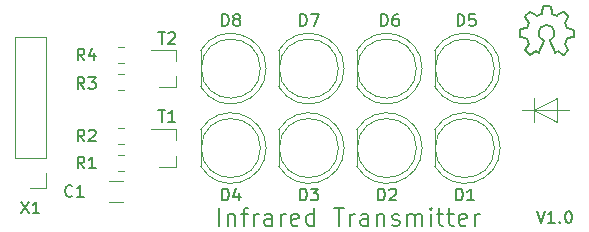
<source format=gbr>
G04 #@! TF.GenerationSoftware,KiCad,Pcbnew,6.0.0-unknown-ea0edab~86~ubuntu18.04.1*
G04 #@! TF.CreationDate,2019-07-07T11:36:40+02:00*
G04 #@! TF.ProjectId,ir-transmitter,69722d74-7261-46e7-936d-69747465722e,rev?*
G04 #@! TF.SameCoordinates,Original*
G04 #@! TF.FileFunction,Legend,Top*
G04 #@! TF.FilePolarity,Positive*
%FSLAX46Y46*%
G04 Gerber Fmt 4.6, Leading zero omitted, Abs format (unit mm)*
G04 Created by KiCad (PCBNEW 6.0.0-unknown-ea0edab~86~ubuntu18.04.1) date 2019-07-07 11:36:40*
%MOMM*%
%LPD*%
G04 APERTURE LIST*
%ADD10C,0.034395*%
%ADD11C,0.150000*%
%ADD12C,0.120000*%
G04 APERTURE END LIST*
D10*
X127384247Y-134827077D02*
X127385291Y-134827623D01*
X128101533Y-131352821D02*
X128100317Y-131353316D01*
X125324362Y-135033452D02*
X125325556Y-135032907D01*
X126255983Y-131532903D02*
X126253488Y-131533848D01*
X128436910Y-133617469D02*
X128438208Y-133617203D01*
X127607136Y-131691140D02*
X127604876Y-131692553D01*
X128131730Y-135029921D02*
X128132761Y-135029118D01*
X128229653Y-134098681D02*
X128229515Y-134095694D01*
X128134699Y-135027364D02*
X128134699Y-135027364D01*
X128546245Y-134615887D02*
X128547153Y-134614933D01*
X125822235Y-131693812D02*
X125819809Y-131692553D01*
X128127296Y-131354146D02*
X128126100Y-131353586D01*
X128229543Y-134092717D02*
X128229740Y-134089772D01*
X127029669Y-130906190D02*
X127028950Y-130905080D01*
X125291867Y-131357695D02*
X125290874Y-131358554D01*
X128133815Y-131358554D02*
X128132819Y-131357695D01*
X124871334Y-131802967D02*
X124871773Y-131804206D01*
X126395022Y-130906190D02*
X126394353Y-130907328D01*
D11*
X126966135Y-133829942D02*
X127373898Y-134815314D01*
D10*
X127609027Y-134719401D02*
X127611651Y-134718526D01*
X124417052Y-132883007D02*
X124416221Y-132884049D01*
X125820410Y-134721654D02*
X125820410Y-134721654D01*
X125812950Y-134718494D02*
X125815571Y-134719369D01*
X128132761Y-135029118D02*
X128133751Y-135028265D01*
D11*
X125019090Y-133646165D02*
X125191276Y-134076285D01*
D10*
X125810224Y-134717798D02*
X125812950Y-134718494D01*
X125817556Y-131691140D02*
X125817556Y-131691140D01*
X126044220Y-134824331D02*
X126045109Y-134823520D01*
X128230107Y-134086882D02*
X128230646Y-134084069D01*
X127171238Y-131533848D02*
X127171238Y-131533848D01*
X125311490Y-131350808D02*
X125308828Y-131350948D01*
X128410449Y-133636377D02*
X128412174Y-133634051D01*
X124430960Y-132873205D02*
X124429727Y-132873663D01*
X128552629Y-134605984D02*
X128553088Y-134604739D01*
X129014787Y-133485681D02*
X129014820Y-133484367D01*
X127004631Y-130890885D02*
X127003317Y-130890853D01*
X127144842Y-131508557D02*
X127143792Y-131505961D01*
X128230422Y-134104594D02*
X128229956Y-134101655D01*
X124409989Y-132898464D02*
X124409829Y-132899766D01*
X126281772Y-131503356D02*
X126280936Y-131505961D01*
X127014816Y-130893335D02*
X127013593Y-130892831D01*
X127169991Y-131533405D02*
X127168749Y-131532903D01*
X128552371Y-131805423D02*
X128552863Y-131804206D01*
X124420764Y-132879194D02*
X124419781Y-132880090D01*
X128405924Y-133644946D02*
X128406410Y-133643696D01*
X127033212Y-130914642D02*
X127032878Y-130913372D01*
X127005941Y-130890983D02*
X127004631Y-130890885D01*
X125010523Y-133631773D02*
X125012415Y-133634017D01*
X126027792Y-134829902D02*
X126028995Y-134829942D01*
X127570938Y-131696993D02*
X127568230Y-131696272D01*
X124872042Y-131780834D02*
X124871584Y-131782078D01*
X128998331Y-133511431D02*
X128999468Y-133510762D01*
X128550290Y-134610718D02*
X128550950Y-134609577D01*
X129014529Y-133488295D02*
X129014689Y-133486991D01*
X124874378Y-131776105D02*
X124873719Y-131777245D01*
X128554512Y-131797831D02*
X128554797Y-131795191D01*
X125320639Y-135034760D02*
X125321901Y-135034379D01*
X127033482Y-130915927D02*
X127033212Y-130914642D01*
X125293971Y-131356126D02*
X125292901Y-131356886D01*
X125194854Y-134089738D02*
X125195052Y-134092683D01*
X125777416Y-134723133D02*
X125777416Y-134723133D01*
X124423912Y-132876759D02*
X124422831Y-132877526D01*
X124420813Y-133507574D02*
X124422881Y-133509242D01*
X127622960Y-134716795D02*
X127625881Y-134716804D01*
X128551825Y-131806614D02*
X128552371Y-131805423D01*
X127582559Y-131698155D02*
X127579580Y-131698119D01*
X125801642Y-134716772D02*
X125804548Y-134716937D01*
X127392015Y-134829712D02*
X127393192Y-134829855D01*
X125301041Y-131352619D02*
X125298578Y-131353586D01*
X128551561Y-134608406D02*
X128552120Y-134607207D01*
X125298578Y-131353586D02*
X125296215Y-131354756D01*
X125845087Y-131698119D02*
X125842107Y-131698155D01*
X129002707Y-133508464D02*
X129003725Y-133507608D01*
X125836140Y-131697727D02*
X125833198Y-131697266D01*
D11*
X128549856Y-134576779D02*
X128236545Y-134120242D01*
D10*
X124986346Y-133617169D02*
X124986346Y-133617169D01*
X127373898Y-134815314D02*
X127373898Y-134815314D01*
X126279887Y-131508557D02*
X126278640Y-131511129D01*
D12*
X127600000Y-140700000D02*
X125600000Y-139700000D01*
D10*
X128553301Y-131802967D02*
X128554014Y-131800429D01*
X124410490Y-132895886D02*
X124410210Y-132897170D01*
X124410246Y-133489556D02*
X124410527Y-133490842D01*
X124877507Y-131771892D02*
X124876651Y-131772889D01*
X127159165Y-131527001D02*
X127156936Y-131525081D01*
X125195081Y-134095660D02*
X125194943Y-134098646D01*
X127400411Y-134829423D02*
X127401620Y-134829128D01*
X127388568Y-134828925D02*
X127389700Y-134829246D01*
X125018183Y-133643662D02*
X125018666Y-133644912D01*
X124409829Y-132899766D02*
X124409732Y-132901076D01*
X128420528Y-133625718D02*
X128422897Y-133623954D01*
X127573747Y-131697540D02*
X127570938Y-131696993D01*
X128095660Y-135030975D02*
X128095660Y-135030975D01*
X128552863Y-131804206D02*
X128553301Y-131802967D01*
X125318066Y-135035362D02*
X125319360Y-135035088D01*
X127374427Y-134816507D02*
X127375009Y-134817655D01*
X124428515Y-132874177D02*
X124427326Y-132874745D01*
X124988940Y-133617762D02*
X124991541Y-133618587D01*
X127399200Y-134829653D02*
X127400411Y-134829423D01*
X126265576Y-131527001D02*
X126263265Y-131528760D01*
X127163853Y-131530342D02*
X127161475Y-131528760D01*
X124409732Y-132901076D02*
X124409700Y-132902389D01*
X124409700Y-132902389D02*
X124409700Y-132902389D01*
X129014307Y-133489591D02*
X129014529Y-133488295D01*
X127631682Y-134717348D02*
X127634518Y-134717883D01*
X127011094Y-130891985D02*
X127009822Y-130891645D01*
X126411084Y-130892831D02*
X126409863Y-130893335D01*
X127404027Y-134828340D02*
X127405219Y-134827846D01*
X127395577Y-134829961D02*
X127396781Y-134829921D01*
X126391813Y-130913372D02*
X126391480Y-130914642D01*
X127032031Y-130910890D02*
X127031521Y-130909679D01*
X127591470Y-131697266D02*
X127588526Y-131697727D01*
X127033482Y-130915927D02*
X127033482Y-130915927D01*
X128134768Y-131359461D02*
X128134768Y-131359461D01*
X125295042Y-135031348D02*
X125296180Y-135032004D01*
X128991028Y-133514298D02*
X128992294Y-133513967D01*
X125190692Y-134115521D02*
X125189428Y-134117949D01*
X124869839Y-131795191D02*
X124870122Y-131797831D01*
X124426161Y-132875366D02*
X124425023Y-132876038D01*
X128434307Y-133618180D02*
X128435609Y-133617796D01*
X126458487Y-133829942D02*
X126458962Y-133828716D01*
X126459374Y-133827472D02*
X126459725Y-133826211D01*
X124869715Y-134594240D02*
X124869856Y-134596905D01*
X124875019Y-134611792D02*
X124875776Y-134612866D01*
X127023716Y-130899090D02*
X127022708Y-130898218D01*
X127604178Y-134721688D02*
X127606529Y-134720456D01*
X127604876Y-131692553D02*
X127602446Y-131693811D01*
X126050690Y-134815280D02*
X126050690Y-134815280D01*
X128097963Y-131354472D02*
X128096829Y-131355133D01*
X127389700Y-134829246D02*
X127390850Y-134829508D01*
X129001658Y-133509276D02*
X129002707Y-133508464D01*
X124409864Y-133486957D02*
X124410024Y-133488261D01*
X125815571Y-134719369D02*
X125818065Y-134720422D01*
X127405219Y-134827846D02*
X127406402Y-134827283D01*
X128236545Y-134120242D02*
X128235137Y-134117983D01*
X127152780Y-131520825D02*
X127150883Y-131518524D01*
X125818065Y-134720422D02*
X125820410Y-134721654D01*
X128128421Y-135032038D02*
X128129557Y-135031382D01*
X127617187Y-134717306D02*
X127620055Y-134716963D01*
D12*
X128600000Y-139700000D02*
X124600000Y-139700000D01*
D10*
X124986346Y-133617169D02*
X124987641Y-133617435D01*
X125299763Y-135033672D02*
X125301006Y-135034128D01*
X124871773Y-131804206D02*
X124872268Y-131805423D01*
D11*
X128546246Y-131770939D02*
X128134768Y-131359461D01*
D10*
X128547153Y-131771892D02*
X128546246Y-131770939D01*
X128097894Y-135032341D02*
X128099058Y-135032941D01*
X124874017Y-134577845D02*
X124873359Y-134578979D01*
X125325591Y-131353866D02*
X125324397Y-131353316D01*
X127013593Y-130892831D02*
X127012352Y-130892380D01*
X125019090Y-133646165D02*
X125019090Y-133646165D01*
X128550945Y-131777245D02*
X128550287Y-131776105D01*
D11*
X128438208Y-133617203D02*
X128989746Y-133514566D01*
D10*
X125859038Y-131695377D02*
X125856450Y-131696272D01*
X127394380Y-134829939D02*
X127395577Y-134829961D01*
X127393192Y-134829855D02*
X127394380Y-134829939D01*
X127017200Y-130894496D02*
X127016019Y-130893890D01*
X126273854Y-131518524D02*
X126271959Y-131520825D01*
D11*
X126391209Y-130915927D02*
X126282381Y-131500759D01*
D10*
X128231359Y-134081356D02*
X128232247Y-134078765D01*
X126258454Y-131531728D02*
X126255983Y-131532903D01*
X128554898Y-134594274D02*
X128554826Y-134591610D01*
X129014025Y-133490876D02*
X129014307Y-133489591D01*
X128405497Y-133646199D02*
X128405497Y-133646199D01*
X124872209Y-134581335D02*
X124871716Y-134582553D01*
X124409734Y-133484333D02*
X124409734Y-133484333D01*
X128113196Y-131350808D02*
X128110539Y-131350880D01*
X124870619Y-131800429D02*
X124870949Y-131801707D01*
X128989746Y-133514566D02*
X128989746Y-133514566D01*
D11*
X128220414Y-132290178D02*
X128549857Y-131810012D01*
D10*
X128099058Y-135032941D02*
X128100250Y-135033487D01*
X126048267Y-134819779D02*
X126048947Y-134818724D01*
X125306186Y-131351298D02*
X125303584Y-131351855D01*
X128121056Y-135034921D02*
X128123598Y-135034162D01*
X128430417Y-133619665D02*
X128433006Y-133618621D01*
X127032878Y-130913372D02*
X127032484Y-130912121D01*
X128548819Y-131773924D02*
X128548011Y-131772889D01*
D11*
X127003317Y-130890853D02*
X126421340Y-130890853D01*
D10*
X126037121Y-134828526D02*
X126038215Y-134828091D01*
X124872487Y-134607173D02*
X124873653Y-134609542D01*
X124874731Y-134576744D02*
X124874017Y-134577845D01*
X126018186Y-134827249D02*
X126018186Y-134827249D01*
D11*
X126050690Y-134815280D02*
X126458487Y-133829942D01*
X128233312Y-134076319D02*
X128405497Y-133646199D01*
D10*
X124416221Y-132884049D02*
X124415432Y-132885123D01*
D11*
X127142346Y-131500759D02*
X127033482Y-130915927D01*
D10*
X127032484Y-130912121D02*
X127032031Y-130910890D01*
X127379475Y-134823549D02*
X127380362Y-134824359D01*
X128130661Y-135030676D02*
X128131730Y-135029921D01*
X128096761Y-135031686D02*
X128097894Y-135032341D01*
X124414687Y-132886226D02*
X124413987Y-132887356D01*
D11*
X98971428Y-149478571D02*
X98971428Y-147978571D01*
X99685714Y-148478571D02*
X99685714Y-149478571D01*
X99685714Y-148621428D02*
X99757142Y-148550000D01*
X99900000Y-148478571D01*
X100114285Y-148478571D01*
X100257142Y-148550000D01*
X100328571Y-148692857D01*
X100328571Y-149478571D01*
X100828571Y-148478571D02*
X101400000Y-148478571D01*
X101042857Y-149478571D02*
X101042857Y-148192857D01*
X101114285Y-148050000D01*
X101257142Y-147978571D01*
X101400000Y-147978571D01*
X101900000Y-149478571D02*
X101900000Y-148478571D01*
X101900000Y-148764285D02*
X101971428Y-148621428D01*
X102042857Y-148550000D01*
X102185714Y-148478571D01*
X102328571Y-148478571D01*
X103471428Y-149478571D02*
X103471428Y-148692857D01*
X103400000Y-148550000D01*
X103257142Y-148478571D01*
X102971428Y-148478571D01*
X102828571Y-148550000D01*
X103471428Y-149407142D02*
X103328571Y-149478571D01*
X102971428Y-149478571D01*
X102828571Y-149407142D01*
X102757142Y-149264285D01*
X102757142Y-149121428D01*
X102828571Y-148978571D01*
X102971428Y-148907142D01*
X103328571Y-148907142D01*
X103471428Y-148835714D01*
X104185714Y-149478571D02*
X104185714Y-148478571D01*
X104185714Y-148764285D02*
X104257142Y-148621428D01*
X104328571Y-148550000D01*
X104471428Y-148478571D01*
X104614285Y-148478571D01*
X105685714Y-149407142D02*
X105542857Y-149478571D01*
X105257142Y-149478571D01*
X105114285Y-149407142D01*
X105042857Y-149264285D01*
X105042857Y-148692857D01*
X105114285Y-148550000D01*
X105257142Y-148478571D01*
X105542857Y-148478571D01*
X105685714Y-148550000D01*
X105757142Y-148692857D01*
X105757142Y-148835714D01*
X105042857Y-148978571D01*
X107042857Y-149478571D02*
X107042857Y-147978571D01*
X107042857Y-149407142D02*
X106900000Y-149478571D01*
X106614285Y-149478571D01*
X106471428Y-149407142D01*
X106400000Y-149335714D01*
X106328571Y-149192857D01*
X106328571Y-148764285D01*
X106400000Y-148621428D01*
X106471428Y-148550000D01*
X106614285Y-148478571D01*
X106900000Y-148478571D01*
X107042857Y-148550000D01*
X108685714Y-147978571D02*
X109542857Y-147978571D01*
X109114285Y-149478571D02*
X109114285Y-147978571D01*
X110042857Y-149478571D02*
X110042857Y-148478571D01*
X110042857Y-148764285D02*
X110114285Y-148621428D01*
X110185714Y-148550000D01*
X110328571Y-148478571D01*
X110471428Y-148478571D01*
X111614285Y-149478571D02*
X111614285Y-148692857D01*
X111542857Y-148550000D01*
X111400000Y-148478571D01*
X111114285Y-148478571D01*
X110971428Y-148550000D01*
X111614285Y-149407142D02*
X111471428Y-149478571D01*
X111114285Y-149478571D01*
X110971428Y-149407142D01*
X110900000Y-149264285D01*
X110900000Y-149121428D01*
X110971428Y-148978571D01*
X111114285Y-148907142D01*
X111471428Y-148907142D01*
X111614285Y-148835714D01*
X112328571Y-148478571D02*
X112328571Y-149478571D01*
X112328571Y-148621428D02*
X112400000Y-148550000D01*
X112542857Y-148478571D01*
X112757142Y-148478571D01*
X112900000Y-148550000D01*
X112971428Y-148692857D01*
X112971428Y-149478571D01*
X113614285Y-149407142D02*
X113757142Y-149478571D01*
X114042857Y-149478571D01*
X114185714Y-149407142D01*
X114257142Y-149264285D01*
X114257142Y-149192857D01*
X114185714Y-149050000D01*
X114042857Y-148978571D01*
X113828571Y-148978571D01*
X113685714Y-148907142D01*
X113614285Y-148764285D01*
X113614285Y-148692857D01*
X113685714Y-148550000D01*
X113828571Y-148478571D01*
X114042857Y-148478571D01*
X114185714Y-148550000D01*
X114900000Y-149478571D02*
X114900000Y-148478571D01*
X114900000Y-148621428D02*
X114971428Y-148550000D01*
X115114285Y-148478571D01*
X115328571Y-148478571D01*
X115471428Y-148550000D01*
X115542857Y-148692857D01*
X115542857Y-149478571D01*
X115542857Y-148692857D02*
X115614285Y-148550000D01*
X115757142Y-148478571D01*
X115971428Y-148478571D01*
X116114285Y-148550000D01*
X116185714Y-148692857D01*
X116185714Y-149478571D01*
X116900000Y-149478571D02*
X116900000Y-148478571D01*
X116900000Y-147978571D02*
X116828571Y-148050000D01*
X116900000Y-148121428D01*
X116971428Y-148050000D01*
X116900000Y-147978571D01*
X116900000Y-148121428D01*
X117400000Y-148478571D02*
X117971428Y-148478571D01*
X117614285Y-147978571D02*
X117614285Y-149264285D01*
X117685714Y-149407142D01*
X117828571Y-149478571D01*
X117971428Y-149478571D01*
X118257142Y-148478571D02*
X118828571Y-148478571D01*
X118471428Y-147978571D02*
X118471428Y-149264285D01*
X118542857Y-149407142D01*
X118685714Y-149478571D01*
X118828571Y-149478571D01*
X119900000Y-149407142D02*
X119757142Y-149478571D01*
X119471428Y-149478571D01*
X119328571Y-149407142D01*
X119257142Y-149264285D01*
X119257142Y-148692857D01*
X119328571Y-148550000D01*
X119471428Y-148478571D01*
X119757142Y-148478571D01*
X119900000Y-148550000D01*
X119971428Y-148692857D01*
X119971428Y-148835714D01*
X119257142Y-148978571D01*
X120614285Y-149478571D02*
X120614285Y-148478571D01*
X120614285Y-148764285D02*
X120685714Y-148621428D01*
X120757142Y-148550000D01*
X120900000Y-148478571D01*
X121042857Y-148478571D01*
D10*
X124422831Y-132877526D02*
X124421781Y-132878338D01*
X126400000Y-130900000D02*
X126398170Y-130901932D01*
X125824809Y-131694913D02*
X125822235Y-131693812D01*
X126392207Y-130912121D02*
X126391813Y-130913372D01*
X124410829Y-132894615D02*
X124410490Y-132895886D01*
X124412771Y-133497050D02*
X124414031Y-133499393D01*
X124426209Y-133511397D02*
X124427373Y-133512015D01*
X126040331Y-134827053D02*
X126041349Y-134826452D01*
X125316759Y-135035582D02*
X125318066Y-135035362D01*
X124870068Y-134588934D02*
X124869785Y-134591576D01*
D11*
X128134699Y-135027364D02*
X128546245Y-134615887D01*
D10*
X129007442Y-133503787D02*
X129008274Y-133502743D01*
X124870343Y-131799136D02*
X124870619Y-131800429D01*
X124872817Y-131806614D02*
X124873422Y-131807778D01*
X127585548Y-131698024D02*
X127582559Y-131698155D01*
X127385291Y-134827623D02*
X127386361Y-134828113D01*
D11*
X125817556Y-131691140D02*
X125328997Y-131355850D01*
D10*
X127620055Y-134716963D02*
X127622960Y-134716795D01*
X126396506Y-130904000D02*
X126395740Y-130905080D01*
X124433523Y-133514265D02*
X124434808Y-133514532D01*
X128104030Y-131351995D02*
X128102771Y-131352381D01*
D11*
X125328963Y-135030941D02*
X125777416Y-134723133D01*
D10*
X128095660Y-135030975D02*
X128096761Y-135031686D01*
X125192342Y-134078731D02*
X125193231Y-134081322D01*
X127021666Y-130897386D02*
X127020592Y-130896596D01*
X125316794Y-131351165D02*
X125314152Y-131350880D01*
X128129557Y-135031382D02*
X128130661Y-135030676D01*
X128126100Y-131353586D02*
X128124879Y-131353077D01*
X124872551Y-131779612D02*
X124872042Y-131780834D01*
X127030956Y-130908491D02*
X127030338Y-130907328D01*
X127606529Y-134720456D02*
X127609027Y-134719401D01*
X124869911Y-131789869D02*
X124869770Y-131792531D01*
X128552390Y-134581369D02*
X128551840Y-134580177D01*
X124870262Y-131787227D02*
X124869911Y-131789869D01*
X128554758Y-134596939D02*
X128554898Y-134594274D01*
X124434808Y-133514532D02*
X124434808Y-133514532D01*
X126413579Y-130891985D02*
X126412323Y-130892380D01*
X126260886Y-131530342D02*
X126258454Y-131531728D01*
X128554870Y-131792531D02*
X128554733Y-131789869D01*
X125323143Y-135033943D02*
X125324362Y-135033452D01*
X125195052Y-134092683D02*
X125195081Y-134095660D01*
X129004709Y-133506710D02*
X129005658Y-133505773D01*
X124409734Y-133484333D02*
X124409767Y-133485647D01*
X125290874Y-131358554D02*
X125289923Y-131359461D01*
X124877438Y-134614898D02*
X124878343Y-134615852D01*
X127628796Y-134716988D02*
X127631682Y-134717348D01*
X127030338Y-130907328D02*
X127029669Y-130906190D01*
X125327893Y-131355133D02*
X125326757Y-131354472D01*
X125301006Y-135034128D02*
X125303549Y-135034887D01*
X124996691Y-133620878D02*
X124999207Y-133622312D01*
X126406326Y-130895149D02*
X126404093Y-130896596D01*
X125194943Y-134098646D02*
X125194640Y-134101621D01*
X128427859Y-133620912D02*
X128430417Y-133619665D01*
X127142955Y-131503356D02*
X127142621Y-131502055D01*
X125319360Y-135035088D02*
X125320639Y-135034760D01*
X124874083Y-131808912D02*
X124874800Y-131810012D01*
X128546245Y-134615887D02*
X128546245Y-134615887D01*
X125842107Y-131698155D02*
X125839117Y-131698024D01*
X126049579Y-134817621D02*
X126050161Y-134816473D01*
X126041349Y-134826452D02*
X126042338Y-134825798D01*
X126263265Y-131528760D02*
X126260886Y-131530342D01*
X126047541Y-134820788D02*
X126048267Y-134819779D01*
X124413987Y-132887356D02*
X124413335Y-132888513D01*
X128406410Y-133643696D02*
X128407550Y-133641215D01*
X125293937Y-135030642D02*
X125295042Y-135031348D01*
X128553088Y-134604739D02*
X128553851Y-134602191D01*
X126050161Y-134816473D02*
X126050690Y-134815280D01*
X125193542Y-134107442D02*
X125192751Y-134110245D01*
X124873653Y-134609542D02*
X124874311Y-134610683D01*
X126271959Y-131520825D02*
X126269938Y-131523016D01*
X126393170Y-130909679D02*
X126392660Y-130910890D01*
X128133751Y-135028265D02*
X128134699Y-135027364D01*
X128435609Y-133617796D02*
X128436910Y-133617469D01*
X126045960Y-134822659D02*
X126046771Y-134821748D01*
X124431003Y-133513541D02*
X124432254Y-133513933D01*
X128554387Y-131787227D02*
X128553834Y-131784623D01*
X124875776Y-134612866D02*
X124876583Y-134613902D01*
X128997168Y-133512049D02*
X128998331Y-133511431D01*
X127008538Y-130891364D02*
X127007244Y-130891143D01*
X125018666Y-133644912D02*
X125019090Y-133646165D01*
X124434774Y-132872190D02*
X124434774Y-132872190D01*
X127387454Y-134828547D02*
X127388568Y-134828925D01*
X125807416Y-134717279D02*
X125810224Y-134717798D01*
X128115855Y-131350948D02*
X128113196Y-131350808D01*
X128407550Y-133641215D02*
X128408902Y-133638770D01*
X129013288Y-133493409D02*
X129013685Y-133492150D01*
X124410527Y-133490842D02*
X124410866Y-133492116D01*
X125289889Y-135027330D02*
X125289889Y-135027330D01*
X125006317Y-133627591D02*
X125008484Y-133629626D01*
X126018186Y-134827249D02*
X126019366Y-134827815D01*
X128554042Y-134586367D02*
X128553711Y-134585088D01*
X125015692Y-133638736D02*
X125017044Y-133641181D01*
X128551234Y-134579013D02*
X128550573Y-134577879D01*
X124412176Y-132890896D02*
X124411673Y-132892118D01*
X127171238Y-131533848D02*
X127169991Y-131533405D01*
X128552885Y-134582587D02*
X128552390Y-134581369D01*
X126030192Y-134829920D02*
X126031380Y-134829836D01*
X128422897Y-133623954D02*
X128425346Y-133622346D01*
X128121095Y-131351855D02*
X128118494Y-131351298D01*
X124411712Y-133494618D02*
X124412771Y-133497050D01*
X124870821Y-131784623D02*
X124870262Y-131787227D01*
X124429771Y-133513089D02*
X124431003Y-133513541D01*
X127149126Y-131516129D02*
X127147524Y-131513659D01*
X127637281Y-134718592D02*
X127639951Y-134719476D01*
X124417099Y-133503753D02*
X124418882Y-133505739D01*
X128123637Y-131352619D02*
X128121095Y-131351855D01*
X126046771Y-134821748D02*
X126047541Y-134820788D01*
X124432254Y-133513933D02*
X124433523Y-133514265D01*
X124873359Y-134578979D02*
X124872756Y-134580143D01*
X127003317Y-130890853D02*
X127003317Y-130890853D01*
X124870761Y-134602157D02*
X124871522Y-134604705D01*
X126416130Y-130891364D02*
X126414849Y-130891645D01*
X124876651Y-131772889D02*
X124875844Y-131773924D01*
X125856450Y-131696272D02*
X125853738Y-131696993D01*
X124411262Y-133493375D02*
X124411712Y-133494618D01*
X126028995Y-134829942D02*
X126030192Y-134829920D01*
X127604178Y-134721688D02*
X127604178Y-134721688D01*
X125861479Y-131694305D02*
X125859038Y-131695377D01*
X124411673Y-132892118D02*
X124411223Y-132893359D01*
X128412174Y-133634051D02*
X128414060Y-133631807D01*
X125012415Y-133634017D02*
X125014143Y-133636343D01*
X128118454Y-135035476D02*
X128121056Y-135034921D01*
X127401620Y-134829128D02*
X127402826Y-134828767D01*
X128233312Y-134076319D02*
X128233312Y-134076319D01*
X124873110Y-131778415D02*
X124872551Y-131779612D01*
X126026585Y-134829798D02*
X126027792Y-134829902D01*
X125787311Y-134718573D02*
X125790077Y-134717864D01*
X126045109Y-134823520D02*
X126045960Y-134822659D01*
X127154803Y-131523016D02*
X127152780Y-131520825D01*
X126032558Y-134829693D02*
X126033723Y-134829489D01*
X127012352Y-130892380D02*
X127011094Y-130891985D01*
X128110539Y-131350880D02*
X128107902Y-131351164D01*
X124871716Y-134582553D02*
X124871278Y-134583793D01*
X126459725Y-133826211D02*
X126460014Y-133824936D01*
X127607136Y-131691140D02*
X127607136Y-131691140D01*
X125804548Y-134716937D02*
X125807416Y-134717279D01*
X124869856Y-134596905D02*
X124870205Y-134599550D01*
X124412730Y-132889693D02*
X124412176Y-132890896D01*
X129012837Y-133494653D02*
X129013288Y-133493409D01*
X125191801Y-134112945D02*
X125190692Y-134115521D01*
X127642503Y-134720533D02*
X127644918Y-134721764D01*
X126414849Y-130891645D02*
X126413579Y-130891985D01*
X125289923Y-131359461D02*
X125289923Y-131359461D01*
X125314117Y-135035863D02*
X125316759Y-135035582D01*
X128549580Y-134611826D02*
X128550290Y-134610718D01*
X128229740Y-134089772D02*
X128230107Y-134086882D01*
X129000577Y-133510043D02*
X129001658Y-133509276D01*
X128433006Y-133618621D02*
X128434307Y-133618180D01*
X125830313Y-131696642D02*
X125827509Y-131695857D01*
X127647172Y-134723167D02*
X127647172Y-134723167D01*
X124874731Y-134576744D02*
X124874731Y-134576744D01*
X125850925Y-131697540D02*
X125848034Y-131697915D01*
X128100250Y-135033487D02*
X128101468Y-135033977D01*
X128118494Y-131351298D02*
X128115855Y-131350948D01*
X126039285Y-134827600D02*
X126040331Y-134827053D01*
X128553325Y-134583827D02*
X128552885Y-134582587D01*
X128095729Y-131355850D02*
X128095729Y-131355850D01*
X128549857Y-131810012D02*
X128550568Y-131808912D01*
X128546246Y-131770939D02*
X128546246Y-131770939D01*
D11*
X125876190Y-148252380D02*
X126209523Y-149252380D01*
X126542857Y-148252380D01*
X127400000Y-149252380D02*
X126828571Y-149252380D01*
X127114285Y-149252380D02*
X127114285Y-148252380D01*
X127019047Y-148395238D01*
X126923809Y-148490476D01*
X126828571Y-148538095D01*
X127828571Y-149157142D02*
X127876190Y-149204761D01*
X127828571Y-149252380D01*
X127780952Y-149204761D01*
X127828571Y-149157142D01*
X127828571Y-149252380D01*
X128495238Y-148252380D02*
X128590476Y-148252380D01*
X128685714Y-148300000D01*
X128733333Y-148347619D01*
X128780952Y-148442857D01*
X128828571Y-148633333D01*
X128828571Y-148871428D01*
X128780952Y-149061904D01*
X128733333Y-149157142D01*
X128685714Y-149204761D01*
X128590476Y-149252380D01*
X128495238Y-149252380D01*
X128400000Y-149204761D01*
X128352380Y-149157142D01*
X128304761Y-149061904D01*
X128257142Y-148871428D01*
X128257142Y-148633333D01*
X128304761Y-148442857D01*
X128352380Y-148347619D01*
X128400000Y-148300000D01*
X128495238Y-148252380D01*
D10*
X128105247Y-135035122D02*
X128107847Y-135035616D01*
X125194640Y-134101621D02*
X125194172Y-134104560D01*
X128105307Y-131351664D02*
X128104030Y-131351995D01*
X124878343Y-134615852D02*
X124878343Y-134615852D01*
X127031521Y-130909679D02*
X127030956Y-130908491D01*
X124417923Y-132881999D02*
X124417052Y-132883007D01*
X127597163Y-131695857D02*
X127594356Y-131696642D01*
X124869785Y-134591576D02*
X124869715Y-134594240D01*
X128229956Y-134101655D02*
X128229653Y-134098681D01*
X124415432Y-132885123D02*
X124414687Y-132886226D01*
X129013685Y-133492150D02*
X129014025Y-133490876D01*
X128101468Y-135033977D02*
X128102708Y-135034413D01*
X125297348Y-135032610D02*
X125298543Y-135033166D01*
X124429727Y-132873663D02*
X124428515Y-132874177D01*
X124999207Y-133622312D02*
X125001661Y-133623919D01*
X126024165Y-134829400D02*
X126025375Y-134829632D01*
X127376320Y-134819812D02*
X127377045Y-134820820D01*
X124418882Y-133505739D02*
X124420813Y-133507574D01*
X127007244Y-130891143D02*
X127005941Y-130890983D01*
X127639951Y-134719476D02*
X127642503Y-134720533D01*
X125321936Y-131352381D02*
X125319395Y-131351664D01*
D11*
X129014889Y-132902424D02*
X128424450Y-132767042D01*
D10*
X125289889Y-135027330D02*
X125290840Y-135028231D01*
D11*
X125033640Y-132738253D02*
X124434774Y-132872190D01*
D10*
X128438208Y-133617203D02*
X128438208Y-133617203D01*
X127397989Y-134829819D02*
X127399200Y-134829653D01*
X126421340Y-130890853D02*
X126420029Y-130890885D01*
X125326722Y-135032307D02*
X125327859Y-135031652D01*
X127381285Y-134825118D02*
X127382242Y-134825824D01*
X127028950Y-130905080D02*
X127028185Y-130904000D01*
X128229515Y-134095694D02*
X128229543Y-134092717D01*
X124419781Y-132880090D02*
X124418833Y-132881026D01*
X125328997Y-131355850D02*
X125328997Y-131355850D01*
X127634518Y-134717883D02*
X127637281Y-134718592D01*
X128100317Y-131353316D02*
X128099126Y-131353866D01*
X127380362Y-134824359D02*
X127381285Y-134825118D01*
X124873422Y-131807778D02*
X124874083Y-131808912D01*
X129011169Y-133498267D02*
X129011775Y-133497084D01*
X125853738Y-131696993D02*
X125850925Y-131697540D01*
X125325556Y-135032907D02*
X125326722Y-135032307D01*
X128549857Y-131810012D02*
X128549857Y-131810012D01*
X127377814Y-134821779D02*
X127378624Y-134822689D01*
D11*
X126960741Y-133816805D02*
G75*
G03X126460014Y-133824936I-260741J634987D01*
G01*
D10*
X126395740Y-130905080D02*
X126395022Y-130906190D01*
X125323178Y-131352821D02*
X125321936Y-131352381D01*
X128231837Y-134110279D02*
X128231050Y-134107477D01*
X128999468Y-133510762D02*
X129000577Y-133510043D01*
X128110488Y-135035897D02*
X128113149Y-135035966D01*
X124428560Y-133512580D02*
X124429771Y-133513089D01*
D12*
X125600000Y-139700000D02*
X127600000Y-138700000D01*
D10*
X127377045Y-134820820D02*
X127377814Y-134821779D01*
X125795803Y-134716969D02*
X125798719Y-134716783D01*
X124871584Y-131782078D02*
X124870821Y-131784623D01*
X127383230Y-134826477D02*
X127384247Y-134827077D01*
X124427373Y-133512015D02*
X124428560Y-133512580D01*
D11*
X127563213Y-131694305D02*
X127171238Y-131533848D01*
D10*
X129008274Y-133502743D02*
X129009065Y-133501667D01*
X128552120Y-134607207D02*
X128552629Y-134605984D01*
X125328997Y-131355850D02*
X125327893Y-131355133D01*
X128416093Y-133629660D02*
X128418254Y-133627626D01*
X128554542Y-134588968D02*
X128554319Y-134587661D01*
X128405497Y-133646199D02*
X128405924Y-133644946D01*
X129009065Y-133501667D02*
X129009812Y-133500561D01*
X127161475Y-131528760D02*
X127159165Y-131527001D01*
X127375641Y-134818757D02*
X127376320Y-134819812D01*
D12*
X127600000Y-138700000D02*
X127600000Y-140700000D01*
D10*
X128107847Y-135035616D02*
X128110488Y-135035897D01*
X129014820Y-133484367D02*
X129014820Y-133484367D01*
X125327859Y-135031652D02*
X125328963Y-135030941D01*
X128232247Y-134078765D02*
X128233312Y-134076319D01*
X126042338Y-134825798D02*
X126043296Y-134825090D01*
X127024689Y-130900000D02*
X127023716Y-130899090D01*
X126043296Y-134825090D02*
X126044220Y-134824331D01*
X125848034Y-131697915D02*
X125845087Y-131698119D01*
X125296180Y-135032004D02*
X125297348Y-135032610D01*
D11*
X124434808Y-133514532D02*
X124986346Y-133617169D01*
X127406402Y-134827283D02*
X127604178Y-134721688D01*
D10*
X127009822Y-130891645D02*
X127008538Y-130891364D01*
X125193945Y-134084036D02*
X125194485Y-134086848D01*
X126282381Y-131500759D02*
X126282381Y-131500759D01*
X125784640Y-134719455D02*
X125787311Y-134718573D01*
D11*
X124878343Y-134615852D02*
X125289889Y-135027330D01*
D10*
X124875086Y-131774998D02*
X124874378Y-131776105D01*
X127579580Y-131698119D02*
X127576635Y-131697915D01*
X124872268Y-131805423D02*
X124872817Y-131806614D01*
X127167512Y-131532343D02*
X127166282Y-131531728D01*
X128552111Y-131779612D02*
X128550945Y-131777245D01*
X128099126Y-131353866D02*
X128097963Y-131354472D01*
X125790077Y-134717864D02*
X125792915Y-134717329D01*
X128549578Y-131774998D02*
X128548819Y-131773924D01*
X125311456Y-135035932D02*
X125314117Y-135035863D01*
X128551840Y-134580177D02*
X128551234Y-134579013D01*
X128995982Y-133512614D02*
X128997168Y-133512049D01*
X129009812Y-133500561D02*
X129010514Y-133499427D01*
X127022708Y-130898218D02*
X127021666Y-130897386D01*
X129003725Y-133507608D02*
X129004709Y-133506710D01*
X124411223Y-132893359D02*
X124410829Y-132894615D01*
X128115811Y-135035825D02*
X128118454Y-135035476D01*
X126404093Y-130896596D02*
X126401979Y-130898218D01*
X127146091Y-131511129D02*
X127144842Y-131508557D01*
X127611651Y-134718526D02*
X127614378Y-134717827D01*
X127028185Y-130904000D02*
X127027374Y-130902950D01*
X126394353Y-130907328D02*
X126393735Y-130908491D01*
X125290840Y-135028231D02*
X125291833Y-135029084D01*
X126458487Y-133829942D02*
X126458487Y-133829942D01*
X126036007Y-134828905D02*
X126037121Y-134828526D01*
X124421781Y-132878338D02*
X124420764Y-132879194D01*
X124418833Y-132881026D02*
X124417923Y-132881999D01*
X125303584Y-131351855D02*
X125301041Y-131352619D01*
X127375009Y-134817655D02*
X127375641Y-134818757D01*
X125326757Y-131354472D02*
X125325591Y-131353866D01*
D11*
X129014820Y-133484367D02*
X129014889Y-132902424D01*
D10*
X126021753Y-134828741D02*
X126022957Y-134829104D01*
X128992294Y-133513967D02*
X128993543Y-133513575D01*
X127602446Y-131693811D02*
X127599867Y-131694913D01*
X128549856Y-134576779D02*
X128549856Y-134576779D01*
X125189428Y-134117949D02*
X125188008Y-134120208D01*
X129006569Y-133504798D02*
X129007442Y-133503787D01*
X124871278Y-134583793D02*
X124870565Y-134586333D01*
X128993543Y-133513575D02*
X128994773Y-133513123D01*
X129011775Y-133497084D02*
X129012332Y-133495878D01*
X128554826Y-134591610D02*
X128554542Y-134588968D01*
X128124879Y-131353077D02*
X128123637Y-131352619D01*
X124991541Y-133618587D02*
X124994130Y-133619631D01*
X125798719Y-134716783D02*
X125801642Y-134716772D01*
X128128465Y-131354756D02*
X128127296Y-131354146D01*
X128102708Y-135034413D02*
X128105247Y-135035122D01*
X124425072Y-133510728D02*
X124426209Y-133511397D01*
X128547153Y-134614933D02*
X128548011Y-134613936D01*
X126420029Y-130890885D02*
X126418722Y-130890983D01*
X127402826Y-134828767D02*
X127404027Y-134828340D01*
X128134768Y-131359461D02*
X128133815Y-131358554D01*
X124410024Y-133488261D02*
X124410246Y-133489556D01*
X125792915Y-134717329D02*
X125795803Y-134716969D01*
X128130711Y-131356126D02*
X128129604Y-131355416D01*
X127614378Y-134717827D02*
X127617187Y-134717306D01*
X124878412Y-131770939D02*
X124877507Y-131771892D01*
X124869770Y-131792531D02*
X124869839Y-131795191D01*
X124874800Y-131810012D02*
X124874800Y-131810012D01*
X129014689Y-133486991D02*
X129014787Y-133485681D01*
X128553711Y-134585088D02*
X128553325Y-134583827D01*
X128096829Y-131355133D02*
X128095729Y-131355850D01*
X124873719Y-131777245D02*
X124873110Y-131778415D01*
X126031380Y-134829836D02*
X126032558Y-134829693D01*
X126048947Y-134818724D02*
X126049579Y-134817621D01*
D11*
X125206995Y-132333895D02*
X125033640Y-132738253D01*
D10*
X128550287Y-131776105D02*
X128549578Y-131774998D01*
X124875844Y-131773924D02*
X124875086Y-131774998D01*
X125008484Y-133629626D02*
X125010523Y-133631773D01*
X124874311Y-134610683D02*
X124875019Y-134611792D01*
X126282381Y-131500759D02*
X126281772Y-131503356D01*
X126418722Y-130890983D02*
X126417422Y-130891143D01*
X126267805Y-131525081D02*
X126265576Y-131527001D01*
X128126060Y-135033200D02*
X128128421Y-135032038D01*
X127588526Y-131697727D02*
X127585548Y-131698024D01*
X128994773Y-133513123D02*
X128995982Y-133512614D01*
X126392660Y-130910890D02*
X126392207Y-130912121D01*
X128107902Y-131351164D02*
X128106598Y-131351387D01*
X127150883Y-131518524D02*
X127149126Y-131516129D01*
D11*
X125289923Y-131359461D02*
X124878412Y-131770939D01*
D10*
X128554408Y-134599585D02*
X128554758Y-134596939D01*
X125328963Y-135030941D02*
X125328963Y-135030941D01*
X124422881Y-133509242D02*
X124423962Y-133510009D01*
X124872756Y-134580143D02*
X124872209Y-134581335D01*
X127016019Y-130893890D02*
X127014816Y-130893335D01*
X125194485Y-134086848D02*
X125194854Y-134089738D01*
X124413335Y-132888513D02*
X124412730Y-132889693D01*
X128132819Y-131357695D02*
X128131783Y-131356886D01*
D11*
X125188008Y-134120208D02*
X124874731Y-134576744D01*
D12*
X125600000Y-138700000D02*
X125600000Y-140700000D01*
D10*
X124434774Y-132872190D02*
X124433486Y-132872467D01*
X125193231Y-134081322D02*
X125193945Y-134084036D01*
X128418254Y-133627626D02*
X128420528Y-133625718D01*
X126393735Y-130908491D02*
X126393170Y-130909679D01*
X126417422Y-130891143D02*
X126416130Y-130891364D01*
X124425023Y-132876038D02*
X124423912Y-132876759D01*
X125292866Y-135029887D02*
X125293937Y-135030642D01*
X127390850Y-134829508D02*
X127392015Y-134829712D01*
X125782086Y-134720509D02*
X125784640Y-134719455D01*
X127143792Y-131505961D02*
X127142955Y-131503356D01*
X125779670Y-134721735D02*
X125782086Y-134720509D01*
X125324397Y-131353316D02*
X125323178Y-131352821D01*
X128550573Y-134577879D02*
X128549856Y-134576779D01*
X127026520Y-130901932D02*
X127025624Y-130900948D01*
D11*
X124409700Y-132902389D02*
X124409734Y-133484333D01*
D10*
X124410866Y-133492116D02*
X124411262Y-133493375D01*
X125314152Y-131350880D02*
X125311490Y-131350808D01*
X125191276Y-134076285D02*
X125191276Y-134076285D01*
X127406402Y-134827283D02*
X127406402Y-134827283D01*
X124870205Y-134599550D02*
X124870761Y-134602157D01*
D11*
X127647172Y-134723167D02*
X128095660Y-135030975D01*
D10*
X127576635Y-131697915D02*
X127573747Y-131697540D01*
X126253488Y-131533848D02*
X126253488Y-131533848D01*
X127644918Y-134721764D02*
X127647172Y-134723167D01*
X125194172Y-134104560D02*
X125193542Y-134107442D01*
X127378624Y-134822689D02*
X127379475Y-134823549D01*
X124415478Y-133501633D02*
X124417099Y-133503753D01*
X125839117Y-131698024D02*
X125836140Y-131697727D01*
X127027374Y-130902950D02*
X127026520Y-130901932D01*
X125292901Y-131356886D02*
X125291867Y-131357695D01*
X126034873Y-134829226D02*
X126036007Y-134828905D01*
X128550568Y-131808912D02*
X128551224Y-131807778D01*
X128553834Y-131784623D02*
X128553075Y-131782078D01*
X126458962Y-133828716D02*
X126459374Y-133827472D01*
X128106598Y-131351387D02*
X128105307Y-131351664D01*
X124870949Y-131801707D02*
X124871334Y-131802967D01*
X125308828Y-131350948D02*
X125306186Y-131351298D01*
X124876583Y-134613902D02*
X124877438Y-134614898D01*
X128548011Y-131772889D02*
X128547153Y-131771892D01*
X126401979Y-130898218D02*
X126400000Y-130900000D01*
X128554797Y-131795191D02*
X128554870Y-131792531D01*
X125291833Y-135029084D02*
X125292866Y-135029887D01*
X125777416Y-134723133D02*
X125779670Y-134721735D01*
X126409863Y-130893335D02*
X126408661Y-130893890D01*
X125827509Y-131695857D02*
X125824809Y-131694913D01*
X125017044Y-133641181D02*
X125018183Y-133643662D01*
X126280936Y-131505961D02*
X126279887Y-131508557D01*
X126038215Y-134828091D02*
X126039285Y-134827600D01*
X125319395Y-131351664D02*
X125316794Y-131351165D01*
X124870565Y-134586333D02*
X124870068Y-134588934D01*
X125308794Y-135035791D02*
X125311456Y-135035932D01*
X126408661Y-130893890D02*
X126406326Y-130895149D01*
X126412323Y-130892380D02*
X126411084Y-130892831D01*
X128231050Y-134107477D02*
X128230422Y-134104594D01*
X127142346Y-131500759D02*
X127142346Y-131500759D01*
X127594356Y-131696642D02*
X127591470Y-131697266D01*
X129010514Y-133499427D02*
X129011169Y-133498267D01*
X127168749Y-131532903D02*
X127167512Y-131532343D01*
X127568230Y-131696272D02*
X127565648Y-131695377D01*
X126391480Y-130914642D02*
X126391209Y-130915927D01*
X127166282Y-131531728D02*
X127163853Y-131530342D01*
X128123598Y-135034162D02*
X128126060Y-135033200D01*
X128230646Y-134084069D02*
X128231359Y-134081356D01*
X124994130Y-133619631D02*
X124996691Y-133620878D01*
X126391209Y-130915927D02*
X126391209Y-130915927D01*
X128554319Y-134587661D02*
X128554042Y-134586367D01*
X128548820Y-134612900D02*
X128549580Y-134611826D01*
X129012332Y-133495878D02*
X129012837Y-133494653D01*
X127565648Y-131695377D02*
X127563213Y-131694305D01*
X128113149Y-135035966D02*
X128115811Y-135035825D01*
X125861479Y-131694305D02*
X125861479Y-131694305D01*
X126398170Y-130901932D02*
X126396506Y-130904000D01*
X128102771Y-131352381D02*
X128101533Y-131352821D01*
X127025624Y-130900948D02*
X127024689Y-130900000D01*
X127563213Y-131694305D02*
X127563213Y-131694305D01*
D11*
X128390983Y-132738253D02*
X128217662Y-132300000D01*
D10*
X128425346Y-133622346D02*
X128427859Y-133620912D01*
X127396781Y-134829921D02*
X127397989Y-134829819D01*
X127599867Y-131694913D02*
X127597163Y-131695857D01*
X127382242Y-134825824D02*
X127383230Y-134826477D01*
D11*
X125820410Y-134721654D02*
X126018186Y-134827249D01*
D10*
X125296215Y-131354756D02*
X125295077Y-131355416D01*
X128553851Y-134602191D02*
X128554408Y-134599585D01*
X124423962Y-133510009D02*
X124425072Y-133510728D01*
X124987641Y-133617435D02*
X124988940Y-133617762D01*
X126033723Y-134829489D02*
X126034873Y-134829226D01*
X125298543Y-135033166D02*
X125299763Y-135033672D01*
X126275609Y-131516129D02*
X126273854Y-131518524D01*
X128131783Y-131356886D02*
X128130711Y-131356126D01*
X128232782Y-134112979D02*
X128231837Y-134110279D01*
X127142621Y-131502055D02*
X127142346Y-131500759D01*
D11*
X126253488Y-131533848D02*
X125861479Y-131694305D01*
D10*
X125192751Y-134110245D02*
X125191801Y-134112945D01*
X124414031Y-133499393D02*
X124415478Y-133501633D01*
X125306151Y-135035442D02*
X125308794Y-135035791D01*
X128989746Y-133514566D02*
X128991028Y-133514298D01*
X127147524Y-131513659D02*
X127146091Y-131511129D01*
X128553075Y-131782078D02*
X128552111Y-131779612D01*
X127020592Y-130896596D02*
X127019489Y-130895850D01*
X128233882Y-134115555D02*
X128232782Y-134112979D01*
X127386361Y-134828113D02*
X127387454Y-134828547D01*
X124427326Y-132874745D02*
X124426161Y-132875366D01*
X125014143Y-133636343D02*
X125015692Y-133638736D01*
D11*
X128095729Y-131355850D02*
X127607136Y-131691140D01*
D10*
X125303549Y-135034887D02*
X125306151Y-135035442D01*
X126020556Y-134828312D02*
X126021753Y-134828741D01*
X128554733Y-131789869D02*
X128554387Y-131787227D01*
X125321901Y-135034379D02*
X125323143Y-135033943D01*
X125188008Y-134120208D02*
X125188008Y-134120208D01*
X128548011Y-134613936D02*
X128548820Y-134612900D01*
X126421340Y-130890853D02*
X126421340Y-130890853D01*
X125191276Y-134076285D02*
X125192342Y-134078731D01*
X128408902Y-133638770D02*
X128410449Y-133636377D01*
X126269938Y-131523016D02*
X126267805Y-131525081D01*
X125004037Y-133625684D02*
X125006317Y-133627591D01*
X126022957Y-134829104D02*
X126024165Y-134829400D01*
X128235137Y-134117983D02*
X128233882Y-134115555D01*
X128550950Y-134609577D02*
X128551561Y-134608406D01*
X128414060Y-133631807D02*
X128416093Y-133629660D01*
X124871522Y-134604705D02*
X124872487Y-134607173D01*
X127156936Y-131525081D02*
X127154803Y-131523016D01*
X127373898Y-134815314D02*
X127374427Y-134816507D01*
X125819809Y-131692553D02*
X125817556Y-131691140D01*
X124870122Y-131797831D02*
X124870343Y-131799136D01*
X124878412Y-131770939D02*
X124878412Y-131770939D01*
X124433486Y-132872467D02*
X124432214Y-132872806D01*
X124432214Y-132872806D02*
X124430960Y-132873205D01*
X124409767Y-133485647D02*
X124409864Y-133486957D01*
X128551224Y-131807778D02*
X128551825Y-131806614D01*
X125295077Y-131355416D02*
X125293971Y-131356126D01*
X126019366Y-134827815D02*
X126020556Y-134828312D01*
X126277209Y-131513659D02*
X126275609Y-131516129D01*
X127018358Y-130895149D02*
X127017200Y-130894496D01*
X124410210Y-132897170D02*
X124409989Y-132898464D01*
X126278640Y-131511129D02*
X126277209Y-131513659D01*
X126025375Y-134829632D02*
X126026585Y-134829798D01*
X128236545Y-134120242D02*
X128236545Y-134120242D01*
X125833198Y-131697266D02*
X125830313Y-131696642D01*
X128554014Y-131800429D02*
X128554512Y-131797831D01*
X128129604Y-131355416D02*
X128128465Y-131354756D01*
X129005658Y-133505773D02*
X129006569Y-133504798D01*
X125001661Y-133623919D02*
X125004037Y-133625684D01*
X127625881Y-134716804D02*
X127628796Y-134716988D01*
X127019489Y-130895850D02*
X127018358Y-130895149D01*
D11*
X124874800Y-131810012D02*
X125206995Y-132333895D01*
D12*
X84330000Y-133510000D02*
X81670000Y-133510000D01*
X84330000Y-143730000D02*
X84330000Y-133510000D01*
X81670000Y-143730000D02*
X81670000Y-133510000D01*
X84330000Y-143730000D02*
X81670000Y-143730000D01*
X84330000Y-145000000D02*
X84330000Y-146330000D01*
X84330000Y-146330000D02*
X83000000Y-146330000D01*
X95347000Y-137767000D02*
X93887000Y-137767000D01*
X95347000Y-134607000D02*
X93187000Y-134607000D01*
X95347000Y-134607000D02*
X95347000Y-135537000D01*
X95347000Y-137767000D02*
X95347000Y-136837000D01*
X95347000Y-144498000D02*
X93887000Y-144498000D01*
X95347000Y-141338000D02*
X93187000Y-141338000D01*
X95347000Y-141338000D02*
X95347000Y-142268000D01*
X95347000Y-144498000D02*
X95347000Y-143568000D01*
X90911252Y-134334000D02*
X90388748Y-134334000D01*
X90911252Y-135754000D02*
X90388748Y-135754000D01*
X90911252Y-136620000D02*
X90388748Y-136620000D01*
X90911252Y-138040000D02*
X90388748Y-138040000D01*
X90911252Y-141192000D02*
X90388748Y-141192000D01*
X90911252Y-142612000D02*
X90388748Y-142612000D01*
X90911252Y-143478000D02*
X90388748Y-143478000D01*
X90911252Y-144898000D02*
X90388748Y-144898000D01*
X97407000Y-134642000D02*
X97407000Y-137732000D01*
X102467000Y-136187000D02*
G75*
G03X102467000Y-136187000I-2500000J0D01*
G01*
X102957000Y-136186538D02*
G75*
G02X97407000Y-137731830I-2990000J-462D01*
G01*
X102957000Y-136187462D02*
G75*
G03X97407000Y-134642170I-2990000J462D01*
G01*
X104011000Y-134642000D02*
X104011000Y-137732000D01*
X109071000Y-136187000D02*
G75*
G03X109071000Y-136187000I-2500000J0D01*
G01*
X109561000Y-136186538D02*
G75*
G02X104011000Y-137731830I-2990000J-462D01*
G01*
X109561000Y-136187462D02*
G75*
G03X104011000Y-134642170I-2990000J462D01*
G01*
X110615000Y-134642000D02*
X110615000Y-137732000D01*
X115675000Y-136187000D02*
G75*
G03X115675000Y-136187000I-2500000J0D01*
G01*
X116165000Y-136186538D02*
G75*
G02X110615000Y-137731830I-2990000J-462D01*
G01*
X116165000Y-136187462D02*
G75*
G03X110615000Y-134642170I-2990000J462D01*
G01*
X117219000Y-134642000D02*
X117219000Y-137732000D01*
X122279000Y-136187000D02*
G75*
G03X122279000Y-136187000I-2500000J0D01*
G01*
X122769000Y-136186538D02*
G75*
G02X117219000Y-137731830I-2990000J-462D01*
G01*
X122769000Y-136187462D02*
G75*
G03X117219000Y-134642170I-2990000J462D01*
G01*
X97407000Y-141373000D02*
X97407000Y-144463000D01*
X102467000Y-142918000D02*
G75*
G03X102467000Y-142918000I-2500000J0D01*
G01*
X102957000Y-142917538D02*
G75*
G02X97407000Y-144462830I-2990000J-462D01*
G01*
X102957000Y-142918462D02*
G75*
G03X97407000Y-141373170I-2990000J462D01*
G01*
X104011000Y-141373000D02*
X104011000Y-144463000D01*
X109071000Y-142918000D02*
G75*
G03X109071000Y-142918000I-2500000J0D01*
G01*
X109561000Y-142917538D02*
G75*
G02X104011000Y-144462830I-2990000J-462D01*
G01*
X109561000Y-142918462D02*
G75*
G03X104011000Y-141373170I-2990000J462D01*
G01*
X110615000Y-141373000D02*
X110615000Y-144463000D01*
X115675000Y-142918000D02*
G75*
G03X115675000Y-142918000I-2500000J0D01*
G01*
X116165000Y-142917538D02*
G75*
G02X110615000Y-144462830I-2990000J-462D01*
G01*
X116165000Y-142918462D02*
G75*
G03X110615000Y-141373170I-2990000J462D01*
G01*
X117219000Y-141373000D02*
X117219000Y-144463000D01*
X122279000Y-142918000D02*
G75*
G03X122279000Y-142918000I-2500000J0D01*
G01*
X122769000Y-142917538D02*
G75*
G02X117219000Y-144462830I-2990000J-462D01*
G01*
X122769000Y-142918462D02*
G75*
G03X117219000Y-141373170I-2990000J462D01*
G01*
X89666936Y-147511000D02*
X90871064Y-147511000D01*
X89666936Y-145691000D02*
X90871064Y-145691000D01*
D11*
X82190476Y-147452380D02*
X82857142Y-148452380D01*
X82857142Y-147452380D02*
X82190476Y-148452380D01*
X83761904Y-148452380D02*
X83190476Y-148452380D01*
X83476190Y-148452380D02*
X83476190Y-147452380D01*
X83380952Y-147595238D01*
X83285714Y-147690476D01*
X83190476Y-147738095D01*
X93825095Y-133099380D02*
X94396523Y-133099380D01*
X94110809Y-134099380D02*
X94110809Y-133099380D01*
X94682238Y-133194619D02*
X94729857Y-133147000D01*
X94825095Y-133099380D01*
X95063190Y-133099380D01*
X95158428Y-133147000D01*
X95206047Y-133194619D01*
X95253666Y-133289857D01*
X95253666Y-133385095D01*
X95206047Y-133527952D01*
X94634619Y-134099380D01*
X95253666Y-134099380D01*
X93825095Y-139703380D02*
X94396523Y-139703380D01*
X94110809Y-140703380D02*
X94110809Y-139703380D01*
X95253666Y-140703380D02*
X94682238Y-140703380D01*
X94967952Y-140703380D02*
X94967952Y-139703380D01*
X94872714Y-139846238D01*
X94777476Y-139941476D01*
X94682238Y-139989095D01*
X87562333Y-135496380D02*
X87229000Y-135020190D01*
X86990904Y-135496380D02*
X86990904Y-134496380D01*
X87371857Y-134496380D01*
X87467095Y-134544000D01*
X87514714Y-134591619D01*
X87562333Y-134686857D01*
X87562333Y-134829714D01*
X87514714Y-134924952D01*
X87467095Y-134972571D01*
X87371857Y-135020190D01*
X86990904Y-135020190D01*
X88419476Y-134829714D02*
X88419476Y-135496380D01*
X88181380Y-134448761D02*
X87943285Y-135163047D01*
X88562333Y-135163047D01*
X87562333Y-137909380D02*
X87229000Y-137433190D01*
X86990904Y-137909380D02*
X86990904Y-136909380D01*
X87371857Y-136909380D01*
X87467095Y-136957000D01*
X87514714Y-137004619D01*
X87562333Y-137099857D01*
X87562333Y-137242714D01*
X87514714Y-137337952D01*
X87467095Y-137385571D01*
X87371857Y-137433190D01*
X86990904Y-137433190D01*
X87895666Y-136909380D02*
X88514714Y-136909380D01*
X88181380Y-137290333D01*
X88324238Y-137290333D01*
X88419476Y-137337952D01*
X88467095Y-137385571D01*
X88514714Y-137480809D01*
X88514714Y-137718904D01*
X88467095Y-137814142D01*
X88419476Y-137861761D01*
X88324238Y-137909380D01*
X88038523Y-137909380D01*
X87943285Y-137861761D01*
X87895666Y-137814142D01*
X87562333Y-142354380D02*
X87229000Y-141878190D01*
X86990904Y-142354380D02*
X86990904Y-141354380D01*
X87371857Y-141354380D01*
X87467095Y-141402000D01*
X87514714Y-141449619D01*
X87562333Y-141544857D01*
X87562333Y-141687714D01*
X87514714Y-141782952D01*
X87467095Y-141830571D01*
X87371857Y-141878190D01*
X86990904Y-141878190D01*
X87943285Y-141449619D02*
X87990904Y-141402000D01*
X88086142Y-141354380D01*
X88324238Y-141354380D01*
X88419476Y-141402000D01*
X88467095Y-141449619D01*
X88514714Y-141544857D01*
X88514714Y-141640095D01*
X88467095Y-141782952D01*
X87895666Y-142354380D01*
X88514714Y-142354380D01*
X87562333Y-144640380D02*
X87229000Y-144164190D01*
X86990904Y-144640380D02*
X86990904Y-143640380D01*
X87371857Y-143640380D01*
X87467095Y-143688000D01*
X87514714Y-143735619D01*
X87562333Y-143830857D01*
X87562333Y-143973714D01*
X87514714Y-144068952D01*
X87467095Y-144116571D01*
X87371857Y-144164190D01*
X86990904Y-144164190D01*
X88514714Y-144640380D02*
X87943285Y-144640380D01*
X88229000Y-144640380D02*
X88229000Y-143640380D01*
X88133761Y-143783238D01*
X88038523Y-143878476D01*
X87943285Y-143926095D01*
X99228904Y-132575380D02*
X99228904Y-131575380D01*
X99467000Y-131575380D01*
X99609857Y-131623000D01*
X99705095Y-131718238D01*
X99752714Y-131813476D01*
X99800333Y-132003952D01*
X99800333Y-132146809D01*
X99752714Y-132337285D01*
X99705095Y-132432523D01*
X99609857Y-132527761D01*
X99467000Y-132575380D01*
X99228904Y-132575380D01*
X100371761Y-132003952D02*
X100276523Y-131956333D01*
X100228904Y-131908714D01*
X100181285Y-131813476D01*
X100181285Y-131765857D01*
X100228904Y-131670619D01*
X100276523Y-131623000D01*
X100371761Y-131575380D01*
X100562238Y-131575380D01*
X100657476Y-131623000D01*
X100705095Y-131670619D01*
X100752714Y-131765857D01*
X100752714Y-131813476D01*
X100705095Y-131908714D01*
X100657476Y-131956333D01*
X100562238Y-132003952D01*
X100371761Y-132003952D01*
X100276523Y-132051571D01*
X100228904Y-132099190D01*
X100181285Y-132194428D01*
X100181285Y-132384904D01*
X100228904Y-132480142D01*
X100276523Y-132527761D01*
X100371761Y-132575380D01*
X100562238Y-132575380D01*
X100657476Y-132527761D01*
X100705095Y-132480142D01*
X100752714Y-132384904D01*
X100752714Y-132194428D01*
X100705095Y-132099190D01*
X100657476Y-132051571D01*
X100562238Y-132003952D01*
X105832904Y-132575380D02*
X105832904Y-131575380D01*
X106071000Y-131575380D01*
X106213857Y-131623000D01*
X106309095Y-131718238D01*
X106356714Y-131813476D01*
X106404333Y-132003952D01*
X106404333Y-132146809D01*
X106356714Y-132337285D01*
X106309095Y-132432523D01*
X106213857Y-132527761D01*
X106071000Y-132575380D01*
X105832904Y-132575380D01*
X106737666Y-131575380D02*
X107404333Y-131575380D01*
X106975761Y-132575380D01*
X112690904Y-132575380D02*
X112690904Y-131575380D01*
X112929000Y-131575380D01*
X113071857Y-131623000D01*
X113167095Y-131718238D01*
X113214714Y-131813476D01*
X113262333Y-132003952D01*
X113262333Y-132146809D01*
X113214714Y-132337285D01*
X113167095Y-132432523D01*
X113071857Y-132527761D01*
X112929000Y-132575380D01*
X112690904Y-132575380D01*
X114119476Y-131575380D02*
X113929000Y-131575380D01*
X113833761Y-131623000D01*
X113786142Y-131670619D01*
X113690904Y-131813476D01*
X113643285Y-132003952D01*
X113643285Y-132384904D01*
X113690904Y-132480142D01*
X113738523Y-132527761D01*
X113833761Y-132575380D01*
X114024238Y-132575380D01*
X114119476Y-132527761D01*
X114167095Y-132480142D01*
X114214714Y-132384904D01*
X114214714Y-132146809D01*
X114167095Y-132051571D01*
X114119476Y-132003952D01*
X114024238Y-131956333D01*
X113833761Y-131956333D01*
X113738523Y-132003952D01*
X113690904Y-132051571D01*
X113643285Y-132146809D01*
X119167904Y-132575380D02*
X119167904Y-131575380D01*
X119406000Y-131575380D01*
X119548857Y-131623000D01*
X119644095Y-131718238D01*
X119691714Y-131813476D01*
X119739333Y-132003952D01*
X119739333Y-132146809D01*
X119691714Y-132337285D01*
X119644095Y-132432523D01*
X119548857Y-132527761D01*
X119406000Y-132575380D01*
X119167904Y-132575380D01*
X120644095Y-131575380D02*
X120167904Y-131575380D01*
X120120285Y-132051571D01*
X120167904Y-132003952D01*
X120263142Y-131956333D01*
X120501238Y-131956333D01*
X120596476Y-132003952D01*
X120644095Y-132051571D01*
X120691714Y-132146809D01*
X120691714Y-132384904D01*
X120644095Y-132480142D01*
X120596476Y-132527761D01*
X120501238Y-132575380D01*
X120263142Y-132575380D01*
X120167904Y-132527761D01*
X120120285Y-132480142D01*
X99228904Y-147352380D02*
X99228904Y-146352380D01*
X99467000Y-146352380D01*
X99609857Y-146400000D01*
X99705095Y-146495238D01*
X99752714Y-146590476D01*
X99800333Y-146780952D01*
X99800333Y-146923809D01*
X99752714Y-147114285D01*
X99705095Y-147209523D01*
X99609857Y-147304761D01*
X99467000Y-147352380D01*
X99228904Y-147352380D01*
X100657476Y-146685714D02*
X100657476Y-147352380D01*
X100419380Y-146304761D02*
X100181285Y-147019047D01*
X100800333Y-147019047D01*
X105832904Y-147352380D02*
X105832904Y-146352380D01*
X106071000Y-146352380D01*
X106213857Y-146400000D01*
X106309095Y-146495238D01*
X106356714Y-146590476D01*
X106404333Y-146780952D01*
X106404333Y-146923809D01*
X106356714Y-147114285D01*
X106309095Y-147209523D01*
X106213857Y-147304761D01*
X106071000Y-147352380D01*
X105832904Y-147352380D01*
X106737666Y-146352380D02*
X107356714Y-146352380D01*
X107023380Y-146733333D01*
X107166238Y-146733333D01*
X107261476Y-146780952D01*
X107309095Y-146828571D01*
X107356714Y-146923809D01*
X107356714Y-147161904D01*
X107309095Y-147257142D01*
X107261476Y-147304761D01*
X107166238Y-147352380D01*
X106880523Y-147352380D01*
X106785285Y-147304761D01*
X106737666Y-147257142D01*
X112436904Y-147352380D02*
X112436904Y-146352380D01*
X112675000Y-146352380D01*
X112817857Y-146400000D01*
X112913095Y-146495238D01*
X112960714Y-146590476D01*
X113008333Y-146780952D01*
X113008333Y-146923809D01*
X112960714Y-147114285D01*
X112913095Y-147209523D01*
X112817857Y-147304761D01*
X112675000Y-147352380D01*
X112436904Y-147352380D01*
X113389285Y-146447619D02*
X113436904Y-146400000D01*
X113532142Y-146352380D01*
X113770238Y-146352380D01*
X113865476Y-146400000D01*
X113913095Y-146447619D01*
X113960714Y-146542857D01*
X113960714Y-146638095D01*
X113913095Y-146780952D01*
X113341666Y-147352380D01*
X113960714Y-147352380D01*
X119040904Y-147352380D02*
X119040904Y-146352380D01*
X119279000Y-146352380D01*
X119421857Y-146400000D01*
X119517095Y-146495238D01*
X119564714Y-146590476D01*
X119612333Y-146780952D01*
X119612333Y-146923809D01*
X119564714Y-147114285D01*
X119517095Y-147209523D01*
X119421857Y-147304761D01*
X119279000Y-147352380D01*
X119040904Y-147352380D01*
X120564714Y-147352380D02*
X119993285Y-147352380D01*
X120279000Y-147352380D02*
X120279000Y-146352380D01*
X120183761Y-146495238D01*
X120088523Y-146590476D01*
X119993285Y-146638095D01*
X86546333Y-146958142D02*
X86498714Y-147005761D01*
X86355857Y-147053380D01*
X86260619Y-147053380D01*
X86117761Y-147005761D01*
X86022523Y-146910523D01*
X85974904Y-146815285D01*
X85927285Y-146624809D01*
X85927285Y-146481952D01*
X85974904Y-146291476D01*
X86022523Y-146196238D01*
X86117761Y-146101000D01*
X86260619Y-146053380D01*
X86355857Y-146053380D01*
X86498714Y-146101000D01*
X86546333Y-146148619D01*
X87498714Y-147053380D02*
X86927285Y-147053380D01*
X87213000Y-147053380D02*
X87213000Y-146053380D01*
X87117761Y-146196238D01*
X87022523Y-146291476D01*
X86927285Y-146339095D01*
M02*

</source>
